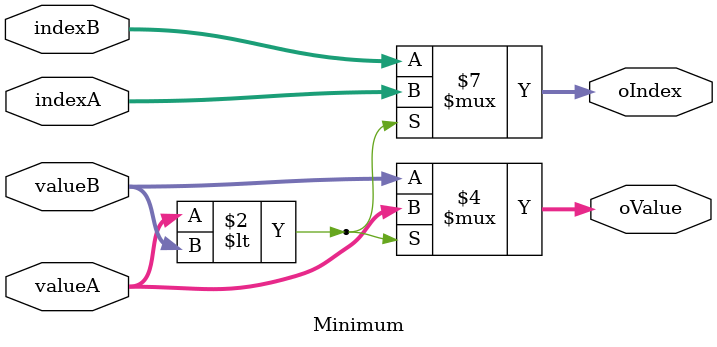
<source format=v>
`timescale 1ns / 1ps

module Minimum(
    input [15:0] indexA,        
    input [13:0] valueA,    
    input [15:0] indexB,        
    input [13:0] valueB, 
    output reg [15:0] oIndex,     
    output reg [13:0] oValue     
); 
    
    always @(*) begin
        if (valueA < valueB) begin
            oIndex <= indexA;
            oValue <= valueA;
        end
        else begin
            oIndex <= indexB;
            oValue <= valueB;
        end
    end
    
    
endmodule
</source>
